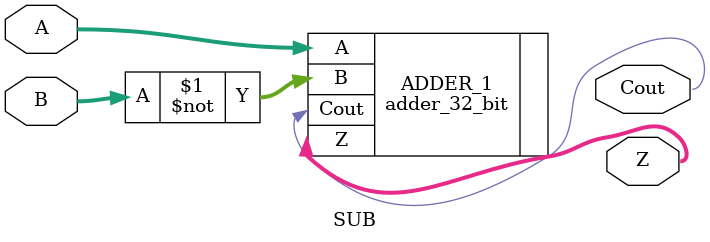
<source format=v>
`timescale 1ns / 1ps
`default_nettype none //helps catch typo-related bugs
module SUB(A, B, Cout, Z);

	//parameter definitions
	parameter N = 32;
	
	//inputs and output
	input wire [N-1:0] A, B;
	output wire [N-1:0] Z;
	output wire Cout;
	
	// Invert B and pass Cin = 1
	adder_32_bit #(.Cin(1)) ADDER_1 (.A(A), .B(~B), .Cout(Cout), .Z(Z));


endmodule
`default_nettype wire //some Xilinx IP requires that the default_nettype be set to wire

</source>
